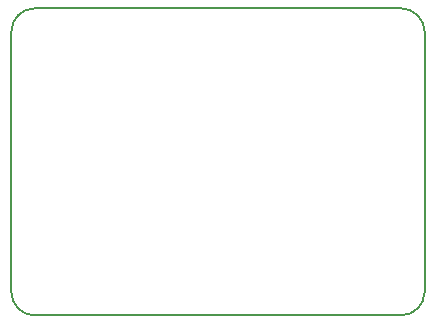
<source format=gm1>
G04 #@! TF.FileFunction,Profile,NP*
%FSLAX46Y46*%
G04 Gerber Fmt 4.6, Leading zero omitted, Abs format (unit mm)*
G04 Created by KiCad (PCBNEW (2015-11-17 BZR 6321)-product) date Tue 19 Jan 2016 02:12:06 PM EST*
%MOMM*%
G01*
G04 APERTURE LIST*
%ADD10C,0.100000*%
%ADD11C,0.150000*%
G04 APERTURE END LIST*
D10*
D11*
X157000000Y-92000000D02*
G75*
G03X155000000Y-94000000I0J-2000000D01*
G01*
X155000000Y-116000000D02*
G75*
G03X157000000Y-118000000I2000000J0D01*
G01*
X188000000Y-118000000D02*
G75*
G03X190000000Y-116000000I0J2000000D01*
G01*
X190000000Y-94000000D02*
G75*
G03X188000000Y-92000000I-2000000J0D01*
G01*
X155000000Y-116000000D02*
X155000000Y-94000000D01*
X188000000Y-118000000D02*
X157000000Y-118000000D01*
X190000000Y-94000000D02*
X190000000Y-116000000D01*
X157000000Y-92000000D02*
X188000000Y-92000000D01*
M02*

</source>
